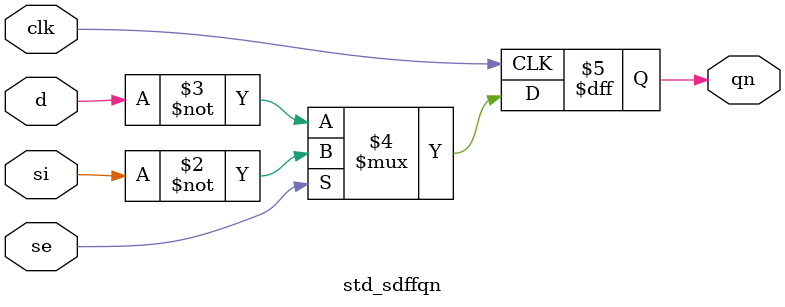
<source format=sv>

module std_sdffqn #(parameter DW = 1) // array width
(
	input [DW-1:0] 	d,
	input [DW-1:0] 	si,
	input [DW-1:0] 	se,
	input [DW-1:0] 	clk, 
	output reg [DW-1:0] qn
);

always_ff @(posedge clk) begin
	qn <= se ? ~si : ~d;
end

endmodule

</source>
